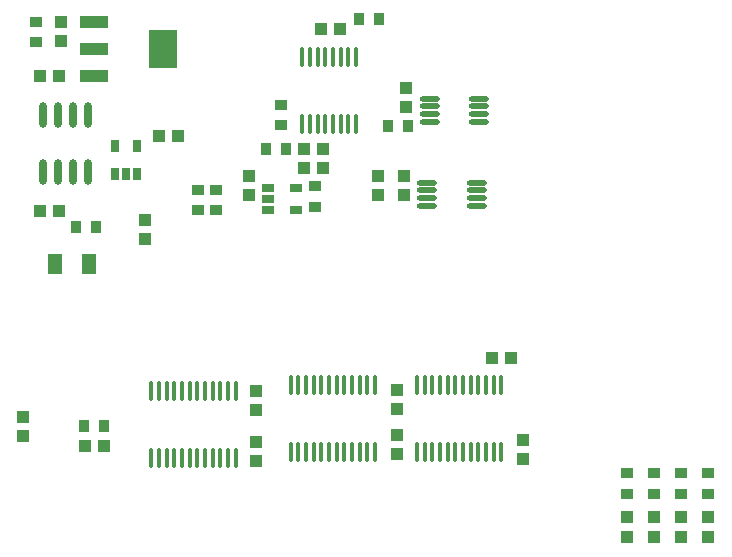
<source format=gtp>
%FSLAX25Y25*%
%MOIN*%
G70*
G01*
G75*
G04 Layer_Color=8421504*
%ADD10R,0.03937X0.03937*%
%ADD11O,0.02362X0.08661*%
%ADD12R,0.02559X0.04331*%
%ADD13R,0.03937X0.03543*%
%ADD14R,0.03543X0.03937*%
%ADD15R,0.05118X0.07087*%
%ADD16R,0.03937X0.04331*%
%ADD17R,0.03937X0.03937*%
%ADD18R,0.04331X0.02559*%
%ADD19O,0.01378X0.06693*%
%ADD20O,0.06693X0.01772*%
%ADD21R,0.09449X0.03937*%
%ADD22R,0.09449X0.12992*%
%ADD23C,0.03000*%
%ADD24C,0.00700*%
%ADD25C,0.01969*%
%ADD26C,0.05000*%
%ADD27C,0.00800*%
%ADD28C,0.04000*%
%ADD29C,0.02000*%
%ADD30C,0.00787*%
%ADD31C,0.01500*%
%ADD32C,0.01000*%
%ADD33C,0.02500*%
%ADD34C,0.01969*%
%ADD35R,0.05906X0.05906*%
%ADD36C,0.05906*%
%ADD37C,0.07874*%
%ADD38C,0.03000*%
%ADD39R,0.01181X0.04331*%
%ADD40R,0.02756X0.05906*%
%ADD41R,0.06299X0.12205*%
%ADD42C,0.00984*%
%ADD43C,0.02362*%
%ADD44C,0.00500*%
%ADD45R,0.00600X0.00200*%
%ADD46R,0.01000X0.00200*%
%ADD47R,0.01600X0.00200*%
%ADD48R,0.01400X0.00200*%
%ADD49R,0.02000X0.00200*%
%ADD50R,0.02600X0.00200*%
%ADD51R,0.02400X0.00200*%
%ADD52R,0.03000X0.00200*%
%ADD53R,0.03400X0.00200*%
%ADD54R,0.00400X0.00200*%
%ADD55R,0.04000X0.00200*%
%ADD56R,0.04400X0.00200*%
%ADD57R,0.06800X0.00200*%
%ADD58R,0.06600X0.00200*%
%ADD59R,0.07000X0.00200*%
%ADD60R,0.07200X0.00200*%
%ADD61R,0.07600X0.00200*%
%ADD62R,0.07400X0.00200*%
%ADD63R,0.08000X0.00200*%
%ADD64R,0.07800X0.00200*%
%ADD65R,0.08400X0.00200*%
%ADD66R,0.09200X0.00200*%
%ADD67R,0.10200X0.00200*%
%ADD68R,0.10000X0.00200*%
%ADD69R,0.09800X0.00200*%
%ADD70R,0.10400X0.00200*%
%ADD71R,0.09000X0.00200*%
%ADD72R,0.19000X0.00200*%
%ADD73R,0.18600X0.00200*%
%ADD74R,0.18200X0.00200*%
%ADD75R,0.18400X0.00200*%
%ADD76R,0.19200X0.00200*%
%ADD77R,0.19400X0.00200*%
%ADD78R,0.19800X0.00200*%
%ADD79R,0.20000X0.00200*%
%ADD80R,0.20200X0.00200*%
%ADD81R,0.20600X0.00200*%
%ADD82R,0.21000X0.00200*%
%ADD83R,0.21400X0.00200*%
%ADD84R,0.21800X0.00200*%
%ADD85R,0.22200X0.00200*%
%ADD86R,0.04800X0.00200*%
%ADD87R,0.08600X0.00200*%
%ADD88R,0.03800X0.00200*%
%ADD89R,0.05800X0.00200*%
%ADD90R,0.02800X0.00200*%
%ADD91R,0.05000X0.00200*%
%ADD92R,0.01800X0.00200*%
%ADD93R,0.04600X0.00200*%
%ADD94R,0.04200X0.00200*%
%ADD95R,0.00800X0.00200*%
%ADD96R,0.05400X0.00200*%
%ADD97R,0.02200X0.00200*%
%ADD98R,0.06400X0.00200*%
%ADD99R,0.03600X0.00200*%
%ADD100R,0.01200X0.00200*%
%ADD101R,0.11800X0.00200*%
%ADD102R,0.11600X0.00200*%
%ADD103R,0.00200X0.00200*%
%ADD104C,0.00492*%
%ADD105C,0.00600*%
D10*
X551110Y302724D02*
D03*
X544811D02*
D03*
X584575Y282646D02*
D03*
X590874D02*
D03*
X638512Y318472D02*
D03*
X644811D02*
D03*
X559772Y179496D02*
D03*
X566071D02*
D03*
X701898Y208630D02*
D03*
X695598D02*
D03*
X633000Y278315D02*
D03*
X639299D02*
D03*
X633000Y272016D02*
D03*
X639299D02*
D03*
X544811Y257842D02*
D03*
X551110D02*
D03*
D11*
X545972Y270835D02*
D03*
X550972D02*
D03*
X555972D02*
D03*
X560972D02*
D03*
X545972Y289732D02*
D03*
X550972D02*
D03*
X555972D02*
D03*
X560972D02*
D03*
D12*
X569811Y279496D02*
D03*
X577291D02*
D03*
Y270047D02*
D03*
X573551D02*
D03*
X569811D02*
D03*
D13*
X740480Y163551D02*
D03*
Y170244D02*
D03*
X749535Y163551D02*
D03*
Y170244D02*
D03*
X758591Y163551D02*
D03*
Y170244D02*
D03*
X603472Y258039D02*
D03*
Y264732D02*
D03*
X767646Y163551D02*
D03*
Y170244D02*
D03*
X625126Y286386D02*
D03*
Y293079D02*
D03*
X636543Y259221D02*
D03*
Y265913D02*
D03*
X597567Y258039D02*
D03*
X597567Y264732D02*
D03*
X543630Y320638D02*
D03*
Y313945D02*
D03*
D14*
X556819Y252331D02*
D03*
X563512D02*
D03*
X667449Y286189D02*
D03*
X660756D02*
D03*
X559575Y186189D02*
D03*
X566268D02*
D03*
X620205Y278315D02*
D03*
X626898D02*
D03*
X658000Y321622D02*
D03*
X651307D02*
D03*
D15*
X561150Y240126D02*
D03*
X549732D02*
D03*
D16*
X740480Y148984D02*
D03*
Y155677D02*
D03*
X749535Y148984D02*
D03*
Y155677D02*
D03*
X758591Y148984D02*
D03*
Y155677D02*
D03*
X767646Y148984D02*
D03*
Y155677D02*
D03*
D17*
X657409Y262961D02*
D03*
Y269260D02*
D03*
X614496Y269260D02*
D03*
Y262961D02*
D03*
X616858Y197606D02*
D03*
Y191307D02*
D03*
Y174378D02*
D03*
Y180677D02*
D03*
X663709Y198000D02*
D03*
Y191701D02*
D03*
Y176740D02*
D03*
Y183039D02*
D03*
X705835Y175165D02*
D03*
Y181465D02*
D03*
X579850Y248394D02*
D03*
Y254693D02*
D03*
X551898Y314535D02*
D03*
Y320835D02*
D03*
X539299Y182646D02*
D03*
Y188945D02*
D03*
X666071Y262961D02*
D03*
Y269260D02*
D03*
X666858Y292488D02*
D03*
Y298787D02*
D03*
D18*
X630244Y265520D02*
D03*
Y258039D02*
D03*
X620795D02*
D03*
Y261779D02*
D03*
Y265520D02*
D03*
D19*
X581917Y175362D02*
D03*
X584476D02*
D03*
X587035D02*
D03*
X589595D02*
D03*
X592154D02*
D03*
X594713D02*
D03*
X597272D02*
D03*
X599831D02*
D03*
X602390Y175362D02*
D03*
X604949Y175362D02*
D03*
X607508Y175362D02*
D03*
X610067Y175362D02*
D03*
X581917Y197803D02*
D03*
X584476D02*
D03*
X587035D02*
D03*
X589595D02*
D03*
X592154D02*
D03*
X594713D02*
D03*
X597272D02*
D03*
X599831D02*
D03*
X602390Y197803D02*
D03*
X604949Y197803D02*
D03*
X607508Y197803D02*
D03*
X610067Y197803D02*
D03*
X628374Y177331D02*
D03*
X630933D02*
D03*
X633492D02*
D03*
X636051D02*
D03*
X638610D02*
D03*
X641169D02*
D03*
X643728D02*
D03*
X646287D02*
D03*
X648846Y177331D02*
D03*
X651405Y177331D02*
D03*
X653965Y177331D02*
D03*
X656524Y177331D02*
D03*
X628374Y199772D02*
D03*
X630933D02*
D03*
X633492D02*
D03*
X636051D02*
D03*
X638610D02*
D03*
X641169D02*
D03*
X643728D02*
D03*
X646287D02*
D03*
X648846Y199772D02*
D03*
X651405Y199772D02*
D03*
X653965Y199772D02*
D03*
X656524Y199772D02*
D03*
X670500Y177331D02*
D03*
X673059D02*
D03*
X675618D02*
D03*
X678177D02*
D03*
X680736D02*
D03*
X683295D02*
D03*
X685854D02*
D03*
X688413D02*
D03*
X690972Y177331D02*
D03*
X693532Y177331D02*
D03*
X696091Y177331D02*
D03*
X698650Y177331D02*
D03*
X670500Y199772D02*
D03*
X673059D02*
D03*
X675618D02*
D03*
X678177D02*
D03*
X680736D02*
D03*
X683295D02*
D03*
X685854D02*
D03*
X688413D02*
D03*
X690972Y199772D02*
D03*
X693532Y199772D02*
D03*
X696091Y199772D02*
D03*
X698650Y199772D02*
D03*
X632311Y286779D02*
D03*
X634870Y286779D02*
D03*
X637429Y286779D02*
D03*
X639988D02*
D03*
X642547D02*
D03*
X645106D02*
D03*
X647665D02*
D03*
X650224D02*
D03*
X632311Y309221D02*
D03*
X634870Y309221D02*
D03*
X637429Y309221D02*
D03*
X639988D02*
D03*
X642547D02*
D03*
X645106D02*
D03*
X647665D02*
D03*
X650224D02*
D03*
D20*
X673945Y267193D02*
D03*
Y264634D02*
D03*
X673945Y262075D02*
D03*
X673945Y259516D02*
D03*
X690480Y267193D02*
D03*
Y264634D02*
D03*
Y262075D02*
D03*
Y259516D02*
D03*
X674732Y295146D02*
D03*
Y292587D02*
D03*
X674732Y290028D02*
D03*
X674732Y287469D02*
D03*
X691268Y295146D02*
D03*
Y292587D02*
D03*
Y290028D02*
D03*
Y287469D02*
D03*
D21*
X562921Y320835D02*
D03*
X562921Y311779D02*
D03*
X562921Y302724D02*
D03*
D22*
X585756Y311779D02*
D03*
M02*

</source>
